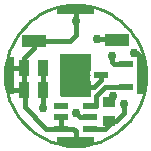
<source format=gbr>
G04 EAGLE Gerber RS-274X export*
G75*
%MOMM*%
%FSLAX34Y34*%
%LPD*%
%INTop Copper*%
%IPPOS*%
%AMOC8*
5,1,8,0,0,1.08239X$1,22.5*%
G01*
%ADD10R,0.970000X1.470000*%
%ADD11R,1.200000X0.600000*%
%ADD12R,1.300000X0.600000*%
%ADD13R,1.000000X0.950000*%
%ADD14R,2.000000X1.000000*%
%ADD15C,0.381000*%
%ADD16C,0.756400*%
%ADD17C,0.254000*%

G36*
X72345Y41785D02*
X72345Y41785D01*
X72347Y41784D01*
X72390Y41804D01*
X72434Y41822D01*
X72434Y41824D01*
X72436Y41825D01*
X72469Y41910D01*
X72469Y44373D01*
X72479Y44383D01*
X72480Y44386D01*
X72483Y44387D01*
X72516Y44472D01*
X72516Y54968D01*
X72515Y54971D01*
X72516Y54974D01*
X72479Y55058D01*
X72407Y55130D01*
X72072Y55709D01*
X71899Y56355D01*
X71899Y59437D01*
X72390Y59437D01*
X72392Y59438D01*
X72394Y59437D01*
X72437Y59457D01*
X72481Y59475D01*
X72481Y59477D01*
X72483Y59478D01*
X72516Y59563D01*
X72516Y59817D01*
X72515Y59819D01*
X72516Y59821D01*
X72496Y59864D01*
X72478Y59908D01*
X72476Y59908D01*
X72475Y59910D01*
X72390Y59943D01*
X71899Y59943D01*
X71899Y63025D01*
X72072Y63671D01*
X72407Y64250D01*
X72479Y64322D01*
X72480Y64325D01*
X72483Y64327D01*
X72516Y64412D01*
X72516Y77470D01*
X72515Y77472D01*
X72516Y77474D01*
X72496Y77517D01*
X72478Y77561D01*
X72476Y77561D01*
X72475Y77563D01*
X72390Y77596D01*
X46990Y77596D01*
X46988Y77595D01*
X46986Y77596D01*
X46943Y77576D01*
X46899Y77558D01*
X46899Y77556D01*
X46897Y77555D01*
X46864Y77470D01*
X46864Y41910D01*
X46865Y41908D01*
X46864Y41906D01*
X46884Y41863D01*
X46902Y41819D01*
X46904Y41819D01*
X46905Y41817D01*
X46990Y41784D01*
X72343Y41784D01*
X72345Y41785D01*
G37*
G36*
X74932Y111635D02*
X74932Y111635D01*
X74934Y111634D01*
X74977Y111654D01*
X75021Y111672D01*
X75021Y111674D01*
X75023Y111675D01*
X75056Y111760D01*
X75056Y116840D01*
X75041Y116877D01*
X75032Y116915D01*
X75022Y116921D01*
X75018Y116931D01*
X74990Y116942D01*
X74955Y116964D01*
X68605Y118234D01*
X68593Y118231D01*
X68580Y118236D01*
X50800Y118236D01*
X50789Y118231D01*
X50775Y118234D01*
X44425Y116964D01*
X44393Y116942D01*
X44357Y116925D01*
X44352Y116914D01*
X44344Y116908D01*
X44339Y116879D01*
X44324Y116840D01*
X44324Y111760D01*
X44325Y111758D01*
X44324Y111756D01*
X44344Y111713D01*
X44362Y111669D01*
X44364Y111669D01*
X44365Y111667D01*
X44450Y111634D01*
X74930Y111634D01*
X74932Y111635D01*
G37*
G36*
X7622Y44325D02*
X7622Y44325D01*
X7624Y44324D01*
X7667Y44344D01*
X7711Y44362D01*
X7711Y44364D01*
X7713Y44365D01*
X7746Y44450D01*
X7746Y74930D01*
X7745Y74932D01*
X7746Y74934D01*
X7726Y74977D01*
X7708Y75021D01*
X7706Y75021D01*
X7705Y75023D01*
X7620Y75056D01*
X2540Y75056D01*
X2504Y75041D01*
X2465Y75032D01*
X2459Y75022D01*
X2449Y75018D01*
X2439Y74990D01*
X2416Y74955D01*
X1146Y68605D01*
X1149Y68593D01*
X1144Y68580D01*
X1144Y50800D01*
X1149Y50789D01*
X1146Y50775D01*
X2416Y44425D01*
X2439Y44393D01*
X2455Y44357D01*
X2466Y44352D01*
X2472Y44344D01*
X2501Y44339D01*
X2540Y44324D01*
X7620Y44324D01*
X7622Y44325D01*
G37*
G36*
X116877Y44339D02*
X116877Y44339D01*
X116915Y44348D01*
X116921Y44358D01*
X116931Y44362D01*
X116942Y44390D01*
X116964Y44425D01*
X118234Y50775D01*
X118231Y50787D01*
X118236Y50800D01*
X118236Y68580D01*
X118231Y68591D01*
X118234Y68605D01*
X116964Y74955D01*
X116942Y74988D01*
X116925Y75023D01*
X116914Y75028D01*
X116908Y75036D01*
X116879Y75041D01*
X116840Y75056D01*
X111760Y75056D01*
X111758Y75055D01*
X111756Y75056D01*
X111713Y75036D01*
X111669Y75018D01*
X111669Y75016D01*
X111667Y75015D01*
X111634Y74930D01*
X111634Y44450D01*
X111635Y44448D01*
X111634Y44446D01*
X111654Y44403D01*
X111672Y44359D01*
X111674Y44359D01*
X111675Y44357D01*
X111760Y44324D01*
X116840Y44324D01*
X116877Y44339D01*
G37*
G36*
X68591Y1149D02*
X68591Y1149D01*
X68605Y1146D01*
X74955Y2416D01*
X74988Y2439D01*
X75023Y2455D01*
X75028Y2466D01*
X75036Y2472D01*
X75041Y2501D01*
X75056Y2540D01*
X75056Y7620D01*
X75055Y7622D01*
X75056Y7624D01*
X75036Y7667D01*
X75018Y7711D01*
X75016Y7711D01*
X75015Y7713D01*
X74930Y7746D01*
X44450Y7746D01*
X44448Y7745D01*
X44446Y7746D01*
X44403Y7726D01*
X44359Y7708D01*
X44359Y7706D01*
X44357Y7705D01*
X44324Y7620D01*
X44324Y2540D01*
X44339Y2504D01*
X44348Y2465D01*
X44358Y2459D01*
X44362Y2449D01*
X44390Y2439D01*
X44425Y2416D01*
X50775Y1146D01*
X50787Y1149D01*
X50800Y1144D01*
X68580Y1144D01*
X68591Y1149D01*
G37*
D10*
X32430Y66040D03*
X15830Y66040D03*
X32430Y46990D03*
X15830Y46990D03*
D11*
X72190Y14630D03*
X72190Y24130D03*
X72190Y33630D03*
X47190Y33630D03*
X47190Y24130D03*
X47190Y14630D03*
D12*
X101940Y50190D03*
X101940Y69190D03*
X80940Y59690D03*
D13*
X87630Y37210D03*
X87630Y21210D03*
D14*
X24690Y88900D03*
X94690Y89400D03*
D15*
X47190Y24130D02*
X47190Y14630D01*
X16510Y33020D02*
X16510Y46310D01*
X15830Y46990D01*
X15830Y66040D01*
X15830Y74250D01*
X24690Y83110D02*
X24690Y88900D01*
X24690Y83110D02*
X15830Y74250D01*
X34900Y14630D02*
X47190Y14630D01*
X34900Y14630D02*
X16510Y33020D01*
X15830Y66040D02*
X5080Y66040D01*
X5080Y46990D02*
X15830Y46990D01*
X24690Y88900D02*
X54610Y88900D01*
X59690Y93980D01*
X47190Y5280D02*
X46990Y5080D01*
X47190Y14630D02*
X57760Y14630D01*
X59690Y12700D01*
D16*
X109220Y78740D03*
X59690Y105410D03*
D15*
X59690Y93980D01*
X109220Y78740D02*
X111760Y78740D01*
X114300Y76200D01*
X114300Y59690D01*
X59690Y12700D02*
X59690Y5080D01*
X59690Y105410D02*
X59690Y114300D01*
D16*
X31750Y31750D03*
X90170Y76200D03*
X91440Y41910D03*
D15*
X87630Y38100D01*
X87630Y37210D01*
X32430Y46990D02*
X32430Y66040D01*
X32430Y46990D02*
X32430Y32430D01*
X31750Y31750D01*
X92100Y69190D02*
X101940Y69190D01*
X90170Y71120D02*
X90170Y76200D01*
X90170Y71120D02*
X92100Y69190D01*
D16*
X59690Y27940D03*
D15*
X63500Y24130D02*
X72190Y24130D01*
X63500Y24130D02*
X59690Y27940D01*
X72190Y33630D02*
X76915Y33630D01*
X76915Y42531D02*
X84574Y50190D01*
X76915Y42531D02*
X76915Y33630D01*
X84574Y50190D02*
X101940Y50190D01*
X87630Y21210D02*
X87630Y17400D01*
X84860Y14630D01*
X72190Y14630D01*
D16*
X100330Y35560D03*
D15*
X93600Y21210D02*
X87630Y21210D01*
X100330Y27940D02*
X100330Y35560D01*
X100330Y27940D02*
X93600Y21210D01*
D16*
X77470Y90170D03*
D15*
X93920Y90170D02*
X94690Y89400D01*
X93920Y90170D02*
X77470Y90170D01*
X80940Y59690D02*
X80940Y55537D01*
X74934Y49530D02*
X69850Y49530D01*
X74934Y49530D02*
X80940Y55537D01*
D17*
X0Y59690D02*
X227Y54488D01*
X907Y49325D01*
X2034Y44241D01*
X3600Y39275D01*
X5592Y34464D01*
X7997Y29845D01*
X10795Y25453D01*
X13965Y21322D01*
X17483Y17483D01*
X21322Y13965D01*
X25453Y10795D01*
X29845Y7997D01*
X34464Y5593D01*
X39275Y3600D01*
X44241Y2034D01*
X49325Y907D01*
X54488Y227D01*
X59690Y0D01*
X64892Y227D01*
X70055Y907D01*
X75139Y2034D01*
X80105Y3600D01*
X84916Y5593D01*
X89535Y7997D01*
X93927Y10795D01*
X98058Y13965D01*
X101897Y17483D01*
X105415Y21322D01*
X108585Y25453D01*
X111383Y29845D01*
X113787Y34464D01*
X115780Y39275D01*
X117346Y44241D01*
X118473Y49325D01*
X119153Y54488D01*
X119380Y59690D01*
X119153Y64892D01*
X118473Y70055D01*
X117346Y75139D01*
X115780Y80105D01*
X113788Y84916D01*
X111383Y89535D01*
X108585Y93927D01*
X105415Y98058D01*
X101897Y101897D01*
X98058Y105415D01*
X93927Y108585D01*
X89535Y111383D01*
X84916Y113788D01*
X80105Y115780D01*
X75139Y117346D01*
X70055Y118473D01*
X64892Y119153D01*
X59690Y119380D01*
X54488Y119153D01*
X49325Y118473D01*
X44241Y117346D01*
X39275Y115780D01*
X34464Y113788D01*
X29845Y111383D01*
X25453Y108585D01*
X21322Y105415D01*
X17483Y101897D01*
X13965Y98058D01*
X10795Y93927D01*
X7997Y89535D01*
X5592Y84916D01*
X3600Y80105D01*
X2034Y75139D01*
X907Y70055D01*
X227Y64892D01*
X0Y59690D01*
M02*

</source>
